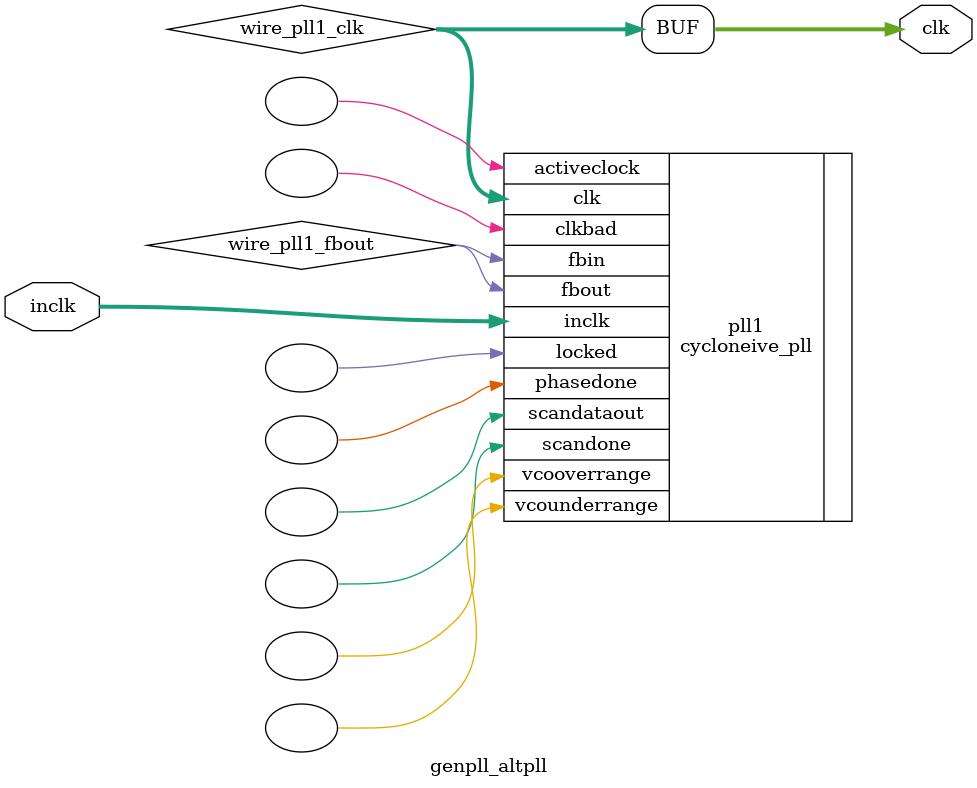
<source format=v>






//synthesis_resources = cycloneive_pll 1 
//synopsys translate_off
`timescale 1 ps / 1 ps
//synopsys translate_on
module  genpll_altpll
	( 
	clk,
	inclk) /* synthesis synthesis_clearbox=1 */;
	output   [4:0]  clk;
	input   [1:0]  inclk;
`ifndef ALTERA_RESERVED_QIS
// synopsys translate_off
`endif
	tri0   [1:0]  inclk;
`ifndef ALTERA_RESERVED_QIS
// synopsys translate_on
`endif

	wire  [4:0]   wire_pll1_clk;
	wire  wire_pll1_fbout;

	cycloneive_pll   pll1
	( 
	.activeclock(),
	.clk(wire_pll1_clk),
	.clkbad(),
	.fbin(wire_pll1_fbout),
	.fbout(wire_pll1_fbout),
	.inclk(inclk),
	.locked(),
	.phasedone(),
	.scandataout(),
	.scandone(),
	.vcooverrange(),
	.vcounderrange()
	`ifndef FORMAL_VERIFICATION
	// synopsys translate_off
	`endif
	,
	.areset(1'b0),
	.clkswitch(1'b0),
	.configupdate(1'b0),
	.pfdena(1'b1),
	.phasecounterselect({3{1'b0}}),
	.phasestep(1'b0),
	.phaseupdown(1'b0),
	.scanclk(1'b0),
	.scanclkena(1'b1),
	.scandata(1'b0)
	`ifndef FORMAL_VERIFICATION
	// synopsys translate_on
	`endif
	);
	defparam
		pll1.bandwidth_type = "auto",
		pll1.clk0_divide_by = 50,
		pll1.clk0_duty_cycle = 50,
		pll1.clk0_multiply_by = 1,
		pll1.clk0_phase_shift = "0",
		pll1.compensate_clock = "clk0",
		pll1.inclk0_input_frequency = 20000,
		pll1.operation_mode = "normal",
		pll1.pll_type = "auto",
		pll1.lpm_type = "cycloneive_pll";
	assign
		clk = {wire_pll1_clk[4:0]};
endmodule //genpll_altpll
//VALID FILE

</source>
